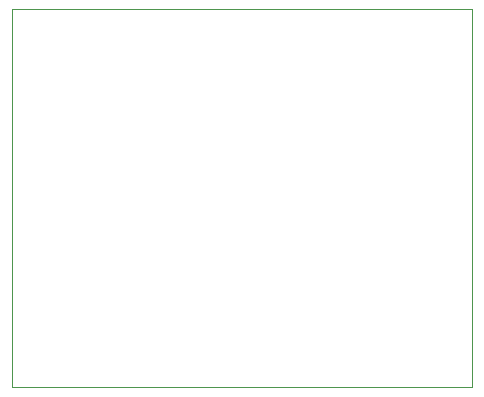
<source format=gbr>
%TF.GenerationSoftware,KiCad,Pcbnew,(5.1.9)-1*%
%TF.CreationDate,2021-10-16T13:54:30-06:00*%
%TF.ProjectId,stick_controller,73746963-6b5f-4636-9f6e-74726f6c6c65,rev?*%
%TF.SameCoordinates,Original*%
%TF.FileFunction,Profile,NP*%
%FSLAX46Y46*%
G04 Gerber Fmt 4.6, Leading zero omitted, Abs format (unit mm)*
G04 Created by KiCad (PCBNEW (5.1.9)-1) date 2021-10-16 13:54:30*
%MOMM*%
%LPD*%
G01*
G04 APERTURE LIST*
%TA.AperFunction,Profile*%
%ADD10C,0.050000*%
%TD*%
G04 APERTURE END LIST*
D10*
X109976000Y-85330000D02*
X109976000Y-53330000D01*
X148976000Y-85330000D02*
X109976000Y-85330000D01*
X148976000Y-53330000D02*
X148976000Y-85330000D01*
X109976000Y-53330000D02*
X148976000Y-53330000D01*
M02*

</source>
